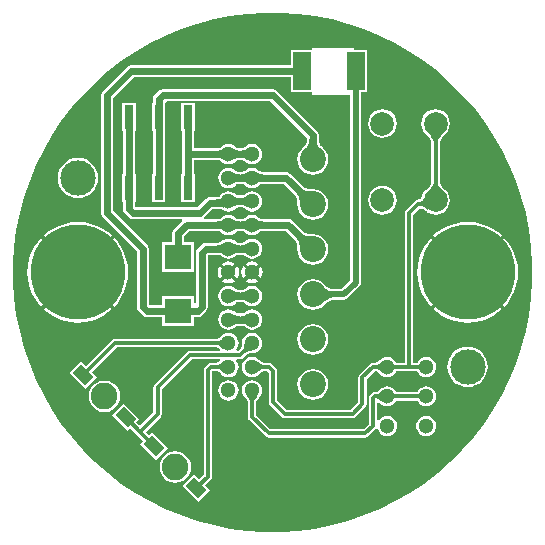
<source format=gbl>
G04*
G04 #@! TF.GenerationSoftware,Altium Limited,Altium Designer,20.1.8 (145)*
G04*
G04 Layer_Physical_Order=2*
G04 Layer_Color=16711680*
%FSTAX43Y43*%
%MOMM*%
G71*
G04*
G04 #@! TF.SameCoordinates,E6AD84FA-A84C-469F-AD0F-9F455A438001*
G04*
G04*
G04 #@! TF.FilePolarity,Positive*
G04*
G01*
G75*
%ADD16C,0.300*%
%ADD17C,0.600*%
%ADD18C,3.000*%
%ADD19C,2.000*%
%ADD20C,1.300*%
%ADD21C,2.200*%
%ADD22C,2.250*%
%ADD23C,8.000*%
%ADD24R,0.760X2.000*%
%ADD25R,2.300X2.100*%
G04:AMPARAMS|DCode=26|XSize=1.5mm|YSize=1mm|CornerRadius=0mm|HoleSize=0mm|Usage=FLASHONLY|Rotation=135.000|XOffset=0mm|YOffset=0mm|HoleType=Round|Shape=Rectangle|*
%AMROTATEDRECTD26*
4,1,4,0.884,-0.177,0.177,-0.884,-0.884,0.177,-0.177,0.884,0.884,-0.177,0.0*
%
%ADD26ROTATEDRECTD26*%

%ADD27R,1.500X3.200*%
%ADD28C,0.500*%
G36*
X0097157Y0096897D02*
X0098584Y0096709D01*
X0099996Y0096428D01*
X0101387Y0096055D01*
X010275Y0095593D01*
X0104081Y0095042D01*
X0105372Y0094405D01*
X0106619Y0093685D01*
X0107816Y0092885D01*
X0108958Y0092008D01*
X0110041Y0091059D01*
X0111059Y0090041D01*
X0112008Y0088958D01*
X0112885Y0087816D01*
X0113685Y0086619D01*
X0114405Y0085372D01*
X0115042Y0084081D01*
X0115593Y008275D01*
X0116055Y0081387D01*
X0116428Y0079996D01*
X0116709Y0078584D01*
X0116897Y0077157D01*
X0116991Y007572D01*
Y0075D01*
Y007428D01*
X0116897Y0072843D01*
X0116709Y0071416D01*
X0116428Y0070004D01*
X0116055Y0068613D01*
X0115593Y0067249D01*
X0115042Y0065919D01*
X0114405Y0064628D01*
X0113685Y0063381D01*
X0112885Y0062184D01*
X0112008Y0061042D01*
X0111059Y0059959D01*
X0110041Y0058941D01*
X0108958Y0057992D01*
X0107816Y0057115D01*
X0106619Y0056315D01*
X0105372Y0055595D01*
X0104081Y0054958D01*
X010275Y0054407D01*
X0101387Y0053945D01*
X0099996Y0053572D01*
X0098584Y0053291D01*
X0097157Y0053103D01*
X009572Y0053009D01*
X009428D01*
X0092843Y0053103D01*
X0091416Y0053291D01*
X0090004Y0053572D01*
X0088613Y0053945D01*
X008725Y0054407D01*
X0085919Y0054958D01*
X0084628Y0055595D01*
X0083381Y0056315D01*
X0082184Y0057115D01*
X0081042Y0057992D01*
X0079959Y0058941D01*
X0078941Y0059959D01*
X0077992Y0061042D01*
X0077115Y0062184D01*
X0076315Y0063381D01*
X0075595Y0064628D01*
X0074958Y0065919D01*
X0074407Y0067249D01*
X0073945Y0068613D01*
X0073572Y0070004D01*
X0073291Y0071416D01*
X0073103Y0072843D01*
X0073009Y007428D01*
Y0075D01*
Y007572D01*
X0073103Y0077157D01*
X0073291Y0078584D01*
X0073572Y0079996D01*
X0073945Y0081387D01*
X0074407Y008275D01*
X0074958Y0084081D01*
X0075595Y0085372D01*
X0076315Y0086619D01*
X0077115Y0087816D01*
X0077992Y0088958D01*
X0078941Y0090041D01*
X0079959Y0091059D01*
X0081042Y0092008D01*
X0082184Y0092885D01*
X0083381Y0093685D01*
X0084628Y0094405D01*
X0085919Y0095042D01*
X008725Y0095593D01*
X0088613Y0096055D01*
X0090004Y0096428D01*
X0091416Y0096709D01*
X0092843Y0096897D01*
X009428Y0096991D01*
X009572D01*
X0097157Y0096897D01*
D02*
G37*
%LPC*%
G36*
X0104289Y0088805D02*
X0103976Y0088764D01*
X0103684Y0088643D01*
X0103433Y0088451D01*
X0103241Y00882D01*
X010312Y0087908D01*
X0103079Y0087595D01*
X010312Y0087282D01*
X0103241Y008699D01*
X0103433Y0086739D01*
X0103684Y0086547D01*
X0103976Y0086426D01*
X0104289Y0086385D01*
X0104602Y0086426D01*
X0104894Y0086547D01*
X0105145Y0086739D01*
X0105337Y008699D01*
X0105458Y0087282D01*
X01055Y0087595D01*
X0105458Y0087908D01*
X0105337Y00882D01*
X0105145Y0088451D01*
X0104894Y0088643D01*
X0104602Y0088764D01*
X0104289Y0088805D01*
D02*
G37*
G36*
X0088415Y0089359D02*
X0087255D01*
Y0086959D01*
X0087325D01*
Y0085D01*
Y0083359D01*
X0087255D01*
Y0080959D01*
X0088415D01*
Y0083359D01*
X0088345D01*
Y008449D01*
X00904D01*
X0090443Y0084485D01*
X0090486Y0084476D01*
X0090524Y0084466D01*
X0090556Y0084455D01*
X0090583Y0084442D01*
X0090606Y0084429D01*
X0090625Y0084416D01*
X0090632Y008441D01*
X0090644Y0084394D01*
X0090821Y0084258D01*
X0091028Y0084172D01*
X009125Y0084143D01*
X0091472Y0084172D01*
X0091679Y0084258D01*
X0091856Y0084394D01*
X0091868Y008441D01*
X0091875Y0084416D01*
X0091894Y0084429D01*
X0091917Y0084442D01*
X0091944Y0084455D01*
X0091976Y0084466D01*
X0092014Y0084476D01*
X0092054Y0084484D01*
X0092115Y008449D01*
X00924D01*
X0092443Y0084485D01*
X0092486Y0084476D01*
X0092524Y0084466D01*
X0092556Y0084455D01*
X0092583Y0084442D01*
X0092606Y0084429D01*
X0092625Y0084416D01*
X0092632Y008441D01*
X0092644Y0084394D01*
X0092821Y0084258D01*
X0093028Y0084172D01*
X009325Y0084143D01*
X0093472Y0084172D01*
X0093679Y0084258D01*
X0093856Y0084394D01*
X0093992Y0084571D01*
X0094078Y0084778D01*
X0094107Y0085D01*
X0094078Y0085222D01*
X0093992Y0085429D01*
X0093856Y0085606D01*
X0093679Y0085742D01*
X0093472Y0085828D01*
X009325Y0085857D01*
X0093028Y0085828D01*
X0092821Y0085742D01*
X0092644Y0085606D01*
X0092632Y008559D01*
X0092625Y0085584D01*
X0092606Y0085571D01*
X0092583Y0085558D01*
X0092556Y0085545D01*
X0092524Y0085534D01*
X0092486Y0085524D01*
X0092446Y0085516D01*
X0092385Y008551D01*
X00921D01*
X0092057Y0085515D01*
X0092014Y0085524D01*
X0091976Y0085534D01*
X0091944Y0085545D01*
X0091917Y0085558D01*
X0091894Y0085571D01*
X0091875Y0085584D01*
X0091868Y008559D01*
X0091856Y0085606D01*
X0091679Y0085742D01*
X0091472Y0085828D01*
X009125Y0085857D01*
X0091028Y0085828D01*
X0090821Y0085742D01*
X0090644Y0085606D01*
X0090632Y008559D01*
X0090625Y0085584D01*
X0090606Y0085571D01*
X0090583Y0085558D01*
X0090556Y0085545D01*
X0090524Y0085534D01*
X0090486Y0085524D01*
X0090446Y0085516D01*
X0090385Y008551D01*
X0088345D01*
Y0086959D01*
X0088415D01*
Y0089359D01*
D02*
G37*
G36*
X009325Y0083857D02*
X0093028Y0083828D01*
X0092821Y0083742D01*
X0092644Y0083606D01*
X0092632Y008359D01*
X0092625Y0083584D01*
X0092606Y0083571D01*
X0092583Y0083558D01*
X0092556Y0083545D01*
X0092524Y0083534D01*
X0092486Y0083524D01*
X0092446Y0083516D01*
X0092385Y008351D01*
X00921D01*
X0092057Y0083515D01*
X0092014Y0083524D01*
X0091976Y0083534D01*
X0091944Y0083545D01*
X0091917Y0083558D01*
X0091894Y0083571D01*
X0091875Y0083584D01*
X0091868Y008359D01*
X0091856Y0083606D01*
X0091679Y0083742D01*
X0091472Y0083828D01*
X009125Y0083857D01*
X0091028Y0083828D01*
X0090821Y0083742D01*
X0090644Y0083606D01*
X0090508Y0083429D01*
X0090422Y0083222D01*
X0090393Y0083D01*
X0090422Y0082778D01*
X0090508Y0082571D01*
X0090644Y0082394D01*
X0090821Y0082258D01*
X0091028Y0082172D01*
X009125Y0082143D01*
X0091472Y0082172D01*
X0091679Y0082258D01*
X0091856Y0082394D01*
X0091868Y008241D01*
X0091875Y0082416D01*
X0091894Y0082429D01*
X0091917Y0082442D01*
X0091944Y0082455D01*
X0091976Y0082466D01*
X0092014Y0082476D01*
X0092054Y0082484D01*
X0092115Y008249D01*
X00924D01*
X0092443Y0082485D01*
X0092486Y0082476D01*
X0092524Y0082466D01*
X0092556Y0082455D01*
X0092583Y0082442D01*
X0092606Y0082429D01*
X0092625Y0082416D01*
X0092632Y008241D01*
X0092644Y0082394D01*
X0092821Y0082258D01*
X0093028Y0082172D01*
X009325Y0082143D01*
X0093472Y0082172D01*
X0093679Y0082258D01*
X0093856Y0082394D01*
X0093868Y008241D01*
X0093875Y0082416D01*
X0093894Y0082429D01*
X0093917Y0082442D01*
X0093944Y0082455D01*
X0093976Y0082466D01*
X0094014Y0082476D01*
X0094054Y0082484D01*
X0094115Y008249D01*
X0095929D01*
X0096886Y0081533D01*
X0096923Y0081483D01*
X0096963Y0081417D01*
X0096998Y0081344D01*
X0097028Y0081264D01*
X0097053Y0081177D01*
X0097072Y0081082D01*
X0097086Y008098D01*
X0097094Y008087D01*
X0097095Y0080791D01*
X0097089Y008074D01*
X0097133Y0080401D01*
X0097264Y0080084D01*
X0097473Y0079813D01*
X0097744Y0079604D01*
X0098061Y0079473D01*
X00984Y0079429D01*
X0098739Y0079473D01*
X0099056Y0079604D01*
X0099327Y0079813D01*
X0099536Y0080084D01*
X0099667Y0080401D01*
X0099711Y008074D01*
X0099667Y0081079D01*
X0099536Y0081396D01*
X0099327Y0081667D01*
X0099056Y0081876D01*
X0098739Y0082007D01*
X00984Y0082051D01*
X0098349Y0082045D01*
X009827Y0082046D01*
X009816Y0082054D01*
X0098058Y0082068D01*
X0097963Y0082087D01*
X0097876Y0082112D01*
X0097796Y0082142D01*
X0097723Y0082177D01*
X0097657Y0082217D01*
X0097607Y0082254D01*
X00965Y008336D01*
X0096335Y0083471D01*
X009614Y008351D01*
X00941D01*
X0094057Y0083515D01*
X0094014Y0083524D01*
X0093976Y0083534D01*
X0093944Y0083545D01*
X0093917Y0083558D01*
X0093894Y0083571D01*
X0093875Y0083584D01*
X0093868Y008359D01*
X0093856Y0083606D01*
X0093679Y0083742D01*
X0093472Y0083828D01*
X009325Y0083857D01*
D02*
G37*
G36*
X0095Y009051D02*
X0085686D01*
X0085491Y0090471D01*
X0085326Y009036D01*
X0084974Y0090009D01*
X0084864Y0089844D01*
X0084825Y0089649D01*
Y0089359D01*
X0084755D01*
Y0086959D01*
X0084825D01*
Y0083359D01*
X0084755D01*
Y0080959D01*
X0085915D01*
Y0083359D01*
X0085845D01*
Y0086959D01*
X0085915D01*
Y0089359D01*
X0085915D01*
X0085914Y0089363D01*
X0086021Y008949D01*
X0094789D01*
X009789Y0086389D01*
Y0086181D01*
X0097881Y008612D01*
X0097862Y0086045D01*
X0097835Y0085969D01*
X00978Y0085891D01*
X0097756Y0085812D01*
X0097703Y0085731D01*
X0097641Y0085649D01*
X0097569Y0085566D01*
X0097513Y0085508D01*
X0097473Y0085477D01*
X0097264Y0085206D01*
X0097133Y0084889D01*
X0097089Y008455D01*
X0097133Y0084211D01*
X0097264Y0083894D01*
X0097473Y0083623D01*
X0097744Y0083414D01*
X0098061Y0083283D01*
X00984Y0083239D01*
X0098739Y0083283D01*
X0099056Y0083414D01*
X0099327Y0083623D01*
X0099536Y0083894D01*
X0099667Y0084211D01*
X0099711Y008455D01*
X0099667Y0084889D01*
X0099536Y0085206D01*
X0099327Y0085477D01*
X0099287Y0085508D01*
X0099231Y0085565D01*
X0099159Y0085649D01*
X0099097Y0085731D01*
X0099044Y0085812D01*
X0099Y0085891D01*
X0098965Y0085969D01*
X0098938Y0086045D01*
X0098919Y008612D01*
X009891Y0086181D01*
Y00866D01*
X0098871Y0086795D01*
X009876Y008696D01*
X009536Y009036D01*
X0095195Y0090471D01*
X0095Y009051D01*
D02*
G37*
G36*
X00785Y0084708D02*
X0078167Y0084675D01*
X0077846Y0084578D01*
X0077551Y008442D01*
X0077292Y0084208D01*
X007708Y0083949D01*
X0076922Y0083654D01*
X0076825Y0083333D01*
X0076792Y0083D01*
X0076825Y0082667D01*
X0076922Y0082346D01*
X007708Y0082051D01*
X0077292Y0081792D01*
X0077551Y008158D01*
X0077846Y0081422D01*
X0078167Y0081325D01*
X00785Y0081292D01*
X0078833Y0081325D01*
X0079154Y0081422D01*
X0079449Y008158D01*
X0079708Y0081792D01*
X007992Y0082051D01*
X0080078Y0082346D01*
X0080175Y0082667D01*
X0080208Y0083D01*
X0080175Y0083333D01*
X0080078Y0083654D01*
X007992Y0083949D01*
X0079708Y0084208D01*
X0079449Y008442D01*
X0079154Y0084578D01*
X0078833Y0084675D01*
X00785Y0084708D01*
D02*
G37*
G36*
X0083415Y0089359D02*
X0082255D01*
Y0086959D01*
X0082325D01*
Y0083359D01*
X0082255D01*
Y0080959D01*
X0082325D01*
Y0080351D01*
X0082364Y0080156D01*
X0082474Y0079991D01*
X0082826Y007964D01*
X0082991Y0079529D01*
X0083186Y007949D01*
X0087305D01*
X0087344Y0079363D01*
X008734Y007936D01*
X008664Y007866D01*
X0086529Y0078495D01*
X008649Y00783D01*
Y007755D01*
X008565D01*
Y007505D01*
X008835D01*
Y007755D01*
X008751D01*
Y0078089D01*
X0087911Y007849D01*
X00904D01*
X0090443Y0078485D01*
X0090486Y0078476D01*
X0090524Y0078466D01*
X0090556Y0078455D01*
X0090583Y0078442D01*
X0090606Y0078429D01*
X0090625Y0078416D01*
X0090632Y007841D01*
X0090644Y0078394D01*
X0090821Y0078258D01*
X0091028Y0078172D01*
X009125Y0078143D01*
X0091472Y0078172D01*
X0091679Y0078258D01*
X0091856Y0078394D01*
X0091868Y007841D01*
X0091875Y0078416D01*
X0091894Y0078429D01*
X0091917Y0078442D01*
X0091944Y0078455D01*
X0091976Y0078466D01*
X0092014Y0078476D01*
X0092054Y0078484D01*
X0092115Y007849D01*
X00924D01*
X0092443Y0078485D01*
X0092486Y0078476D01*
X0092524Y0078466D01*
X0092556Y0078455D01*
X0092583Y0078442D01*
X0092606Y0078429D01*
X0092625Y0078416D01*
X0092632Y007841D01*
X0092644Y0078394D01*
X0092821Y0078258D01*
X0093028Y0078172D01*
X009325Y0078143D01*
X0093472Y0078172D01*
X0093679Y0078258D01*
X0093856Y0078394D01*
X0093868Y007841D01*
X0093875Y0078416D01*
X0093894Y0078429D01*
X0093917Y0078442D01*
X0093944Y0078455D01*
X0093976Y0078466D01*
X0094014Y0078476D01*
X0094054Y0078484D01*
X0094115Y007849D01*
X0096119D01*
X0096886Y0077723D01*
X0096923Y0077673D01*
X0096963Y0077607D01*
X0096998Y0077534D01*
X0097028Y0077454D01*
X0097053Y0077367D01*
X0097072Y0077272D01*
X0097086Y007717D01*
X0097094Y007706D01*
X0097095Y0076981D01*
X0097089Y007693D01*
X0097133Y0076591D01*
X0097264Y0076274D01*
X0097473Y0076003D01*
X0097744Y0075794D01*
X0098061Y0075663D01*
X00984Y0075619D01*
X0098739Y0075663D01*
X0099056Y0075794D01*
X0099327Y0076003D01*
X0099536Y0076274D01*
X0099667Y0076591D01*
X0099711Y007693D01*
X0099667Y0077269D01*
X0099536Y0077586D01*
X0099327Y0077857D01*
X0099056Y0078066D01*
X0098739Y0078197D01*
X00984Y0078241D01*
X0098349Y0078235D01*
X009827Y0078236D01*
X009816Y0078244D01*
X0098058Y0078258D01*
X0097963Y0078277D01*
X0097876Y0078302D01*
X0097796Y0078332D01*
X0097723Y0078367D01*
X0097657Y0078407D01*
X0097607Y0078444D01*
X009669Y007936D01*
X0096525Y0079471D01*
X009633Y007951D01*
X00941D01*
X0094057Y0079515D01*
X0094014Y0079524D01*
X0093976Y0079534D01*
X0093944Y0079545D01*
X0093917Y0079558D01*
X0093894Y0079571D01*
X0093875Y0079584D01*
X0093868Y007959D01*
X0093856Y0079606D01*
X0093679Y0079742D01*
X0093472Y0079828D01*
X009325Y0079857D01*
X0093028Y0079828D01*
X0092821Y0079742D01*
X0092644Y0079606D01*
X0092632Y007959D01*
X0092625Y0079584D01*
X0092606Y0079571D01*
X0092583Y0079558D01*
X0092556Y0079545D01*
X0092524Y0079534D01*
X0092486Y0079524D01*
X0092446Y0079516D01*
X0092385Y007951D01*
X00921D01*
X0092057Y0079515D01*
X0092014Y0079524D01*
X0091976Y0079534D01*
X0091944Y0079545D01*
X0091917Y0079558D01*
X0091894Y0079571D01*
X0091875Y0079584D01*
X0091868Y007959D01*
X0091856Y0079606D01*
X0091679Y0079742D01*
X0091472Y0079828D01*
X009125Y0079857D01*
X0091028Y0079828D01*
X0090821Y0079742D01*
X0090644Y0079606D01*
X0090632Y007959D01*
X0090625Y0079584D01*
X0090606Y0079571D01*
X0090583Y0079558D01*
X0090556Y0079545D01*
X0090524Y0079534D01*
X0090486Y0079524D01*
X0090446Y0079516D01*
X0090385Y007951D01*
X008923D01*
X0089191Y0079637D01*
X0089195Y007964D01*
X0089912Y0080356D01*
X0090513D01*
X0090598Y0080347D01*
X0090639Y008034D01*
X0090677Y0080331D01*
X0090709Y0080321D01*
X0090737Y008031D01*
X0090759Y00803D01*
X0090785Y0080284D01*
X0090788Y0080283D01*
X0090821Y0080258D01*
X0091028Y0080172D01*
X009125Y0080143D01*
X0091472Y0080172D01*
X0091679Y0080258D01*
X0091856Y0080394D01*
X0091868Y008041D01*
X0091875Y0080416D01*
X0091894Y0080429D01*
X0091917Y0080442D01*
X0091944Y0080455D01*
X0091976Y0080466D01*
X0092014Y0080476D01*
X0092054Y0080484D01*
X0092115Y008049D01*
X00924D01*
X0092443Y0080485D01*
X0092486Y0080476D01*
X0092524Y0080466D01*
X0092556Y0080455D01*
X0092583Y0080442D01*
X0092606Y0080429D01*
X0092625Y0080416D01*
X0092632Y008041D01*
X0092644Y0080394D01*
X0092821Y0080258D01*
X0093028Y0080172D01*
X009325Y0080143D01*
X0093472Y0080172D01*
X0093679Y0080258D01*
X0093856Y0080394D01*
X0093992Y0080571D01*
X0094078Y0080778D01*
X0094107Y0081D01*
X0094078Y0081222D01*
X0093992Y0081429D01*
X0093856Y0081606D01*
X0093679Y0081742D01*
X0093472Y0081828D01*
X009325Y0081857D01*
X0093028Y0081828D01*
X0092821Y0081742D01*
X0092644Y0081606D01*
X0092632Y008159D01*
X0092625Y0081584D01*
X0092606Y0081571D01*
X0092583Y0081558D01*
X0092556Y0081545D01*
X0092524Y0081534D01*
X0092486Y0081524D01*
X0092446Y0081516D01*
X0092385Y008151D01*
X00921D01*
X0092057Y0081515D01*
X0092014Y0081524D01*
X0091976Y0081534D01*
X0091944Y0081545D01*
X0091917Y0081558D01*
X0091894Y0081571D01*
X0091875Y0081584D01*
X0091868Y008159D01*
X0091856Y0081606D01*
X0091679Y0081742D01*
X0091472Y0081828D01*
X009125Y0081857D01*
X0091028Y0081828D01*
X0090821Y0081742D01*
X0090644Y0081606D01*
X0090544Y0081476D01*
X0090538Y0081471D01*
X0090521Y0081447D01*
X0090509Y0081436D01*
X0090495Y0081425D01*
X0090476Y0081413D01*
X0090451Y0081402D01*
X009042Y0081392D01*
X0090383Y0081383D01*
X0090339Y0081376D01*
X0090338Y0081376D01*
X0089701D01*
X0089506Y0081337D01*
X008934Y0081227D01*
X0088624Y008051D01*
X0083397D01*
X0083345Y0080563D01*
Y0080959D01*
X0083415D01*
Y0083359D01*
X0083345D01*
Y0086959D01*
X0083415D01*
Y0089359D01*
D02*
G37*
G36*
X0108789Y0088805D02*
X0108476Y0088764D01*
X0108184Y0088643D01*
X0107933Y0088451D01*
X0107741Y00882D01*
X010762Y0087908D01*
X0107579Y0087595D01*
X010762Y0087282D01*
X0107741Y008699D01*
X0107933Y0086739D01*
X0107971Y008671D01*
X0108045Y0086636D01*
X0108212Y0086446D01*
X0108276Y0086363D01*
X0108329Y0086284D01*
X010837Y0086212D01*
X0108401Y0086148D01*
X0108421Y0086092D01*
X0108432Y0086045D01*
X0108432Y0086035D01*
Y0082655D01*
X0108432Y0082645D01*
X0108421Y0082598D01*
X0108401Y0082542D01*
X010837Y0082478D01*
X0108329Y0082406D01*
X0108276Y0082327D01*
X0108212Y0082244D01*
X0108045Y0082054D01*
X0107971Y008198D01*
X0107933Y0081951D01*
X0107741Y00817D01*
X0107662Y0081511D01*
X0107662Y008151D01*
X0107661Y0081506D01*
X0107654Y0081491D01*
X010765Y0081484D01*
X0107636Y0081446D01*
X010762Y0081408D01*
X0107619Y0081404D01*
X0107592Y0081346D01*
X0107563Y0081297D01*
X0107533Y0081257D01*
X0107504Y0081227D01*
X0107475Y0081204D01*
X0107446Y0081188D01*
X0107414Y0081176D01*
X010738Y0081169D01*
X0107377Y0081169D01*
X0107339D01*
X0107203Y0081142D01*
X0107087Y0081064D01*
X0106275Y0080252D01*
X0106197Y0080137D01*
X010617Y008D01*
Y0067357D01*
X0105472D01*
X0105442Y0067429D01*
X0105306Y0067606D01*
X0105129Y0067742D01*
X0104922Y0067828D01*
X01047Y0067857D01*
X0104478Y0067828D01*
X0104271Y0067742D01*
X0104094Y0067606D01*
X0104079Y0067587D01*
X0104038Y0067547D01*
X0103987Y0067502D01*
X0103938Y0067463D01*
X0103892Y0067431D01*
X0103849Y0067405D01*
X0103809Y0067385D01*
X0103772Y0067371D01*
X0103738Y0067361D01*
X0103712Y0067357D01*
X01035D01*
X0103363Y006733D01*
X0103248Y0067252D01*
X0102348Y0066352D01*
X010227Y0066237D01*
X0102243Y00661D01*
Y0063984D01*
X0101616Y0063357D01*
X0096148D01*
X0095357Y0064148D01*
Y0066649D01*
X009533Y0066785D01*
X0095252Y0066901D01*
X0094901Y0067252D01*
X0094785Y006733D01*
X0094649Y0067357D01*
X0094238D01*
X0094212Y0067361D01*
X0094178Y0067371D01*
X0094141Y0067385D01*
X0094101Y0067405D01*
X0094058Y0067431D01*
X0094014Y0067462D01*
X009391Y0067548D01*
X0093871Y0067587D01*
X0093856Y0067606D01*
X0093679Y0067742D01*
X0093472Y0067828D01*
X009325Y0067857D01*
X0093028Y0067828D01*
X0092821Y0067742D01*
X0092644Y0067606D01*
X0092508Y0067429D01*
X0092422Y0067222D01*
X0092393Y0067D01*
X0092422Y0066778D01*
X0092508Y0066571D01*
X0092644Y0066394D01*
X0092821Y0066258D01*
X0093028Y0066172D01*
X009325Y0066143D01*
X0093472Y0066172D01*
X0093679Y0066258D01*
X0093856Y0066394D01*
X0093871Y0066413D01*
X0093912Y0066453D01*
X0093963Y0066498D01*
X0094012Y0066537D01*
X0094058Y0066569D01*
X0094101Y0066595D01*
X0094141Y0066615D01*
X0094178Y0066629D01*
X0094212Y0066639D01*
X0094238Y0066643D01*
X0094501D01*
X0094643Y0066501D01*
Y0064D01*
X009467Y0063863D01*
X0094748Y0063748D01*
X0095748Y0062748D01*
X0095863Y006267D01*
X0096Y0062643D01*
X0101764D01*
X01019Y006267D01*
X0102016Y0062748D01*
X0102852Y0063584D01*
X010293Y00637D01*
X0102957Y0063836D01*
Y0065952D01*
X0103648Y0066643D01*
X0103712D01*
X0103738Y0066639D01*
X0103772Y0066629D01*
X0103809Y0066615D01*
X0103849Y0066595D01*
X0103892Y0066569D01*
X0103936Y0066538D01*
X0104039Y0066452D01*
X0104079Y0066413D01*
X0104094Y0066394D01*
X0104271Y0066258D01*
X0104478Y0066172D01*
X01047Y0066143D01*
X0104922Y0066172D01*
X0105129Y0066258D01*
X0105306Y0066394D01*
X0105442Y0066571D01*
X0105472Y0066643D01*
X0107228D01*
X0107258Y0066571D01*
X0107394Y0066394D01*
X0107571Y0066258D01*
X0107778Y0066172D01*
X0108Y0066143D01*
X0108222Y0066172D01*
X0108429Y0066258D01*
X0108606Y0066394D01*
X0108742Y0066571D01*
X0108828Y0066778D01*
X0108857Y0067D01*
X0108828Y0067222D01*
X0108742Y0067429D01*
X0108606Y0067606D01*
X0108429Y0067742D01*
X0108222Y0067828D01*
X0108Y0067857D01*
X0107778Y0067828D01*
X0107571Y0067742D01*
X0107394Y0067606D01*
X0107258Y0067429D01*
X0107228Y0067357D01*
X0106884D01*
Y0079852D01*
X0107476Y0080444D01*
X0107526Y0080433D01*
X0107593Y0080413D01*
X0107661Y0080387D01*
X0107732Y0080354D01*
X0107803Y0080316D01*
X0107961Y0080213D01*
X0108041Y0080152D01*
X0108056Y0080145D01*
X0108068Y0080135D01*
X0108071Y0080134D01*
X0108184Y0080047D01*
X0108476Y0079926D01*
X0108789Y0079885D01*
X0109102Y0079926D01*
X0109394Y0080047D01*
X0109645Y0080239D01*
X0109837Y008049D01*
X0109958Y0080782D01*
X011Y0081095D01*
X0109958Y0081408D01*
X0109837Y00817D01*
X0109645Y0081951D01*
X0109607Y008198D01*
X0109534Y0082054D01*
X0109366Y0082244D01*
X0109303Y0082327D01*
X010925Y0082406D01*
X0109208Y0082478D01*
X0109177Y0082542D01*
X0109157Y0082598D01*
X0109147Y0082645D01*
X0109146Y0082655D01*
Y0086035D01*
X0109147Y0086045D01*
X0109157Y0086092D01*
X0109177Y0086148D01*
X0109208Y0086212D01*
X010925Y0086284D01*
X0109303Y0086363D01*
X0109366Y0086446D01*
X0109534Y0086636D01*
X0109607Y008671D01*
X0109645Y0086739D01*
X0109837Y008699D01*
X0109958Y0087282D01*
X011Y0087595D01*
X0109958Y0087908D01*
X0109837Y00882D01*
X0109645Y0088451D01*
X0109394Y0088643D01*
X0109102Y0088764D01*
X0108789Y0088805D01*
D02*
G37*
G36*
X0104289Y0082305D02*
X0103976Y0082264D01*
X0103684Y0082143D01*
X0103433Y0081951D01*
X0103241Y00817D01*
X010312Y0081408D01*
X0103079Y0081095D01*
X010312Y0080782D01*
X0103241Y008049D01*
X0103433Y0080239D01*
X0103684Y0080047D01*
X0103976Y0079926D01*
X0104289Y0079885D01*
X0104602Y0079926D01*
X0104894Y0080047D01*
X0105145Y0080239D01*
X0105337Y008049D01*
X0105458Y0080782D01*
X01055Y0081095D01*
X0105458Y0081408D01*
X0105337Y00817D01*
X0105145Y0081951D01*
X0104894Y0082143D01*
X0104602Y0082264D01*
X0104289Y0082305D01*
D02*
G37*
G36*
X01115Y0079263D02*
X0110944Y0079227D01*
X0110397Y0079118D01*
X0109869Y0078939D01*
X0109368Y0078692D01*
X0108905Y0078382D01*
X0108599Y0078114D01*
X01115Y0075212D01*
X0114401Y0078114D01*
X0114095Y0078382D01*
X0113632Y0078692D01*
X0113131Y0078939D01*
X0112603Y0079118D01*
X0112056Y0079227D01*
X01115Y0079263D01*
D02*
G37*
G36*
X00785D02*
X0077944Y0079227D01*
X0077397Y0079118D01*
X0076869Y0078939D01*
X0076368Y0078692D01*
X0075905Y0078382D01*
X0075599Y0078114D01*
X00785Y0075212D01*
X0081401Y0078114D01*
X0081095Y0078382D01*
X0080632Y0078692D01*
X0080131Y0078939D01*
X0079603Y0079118D01*
X0079056Y0079227D01*
X00785Y0079263D01*
D02*
G37*
G36*
X009325Y0075912D02*
X0093014Y0075881D01*
X0092794Y007579D01*
X0092725Y0075737D01*
X009325Y0075212D01*
X0093775Y0075737D01*
X0093706Y007579D01*
X0093486Y0075881D01*
X009325Y0075912D01*
D02*
G37*
G36*
X009125D02*
X0091014Y0075881D01*
X0090794Y007579D01*
X0090725Y0075737D01*
X009125Y0075212D01*
X0091775Y0075737D01*
X0091706Y007579D01*
X0091486Y0075881D01*
X009125Y0075912D01*
D02*
G37*
G36*
X0093987Y0075525D02*
X0093462Y0075D01*
X0093987Y0074475D01*
X009404Y0074544D01*
X0094131Y0074764D01*
X0094162Y0075D01*
X0094131Y0075236D01*
X009404Y0075456D01*
X0093987Y0075525D01*
D02*
G37*
G36*
X0091987D02*
X0091462Y0075D01*
X0091987Y0074475D01*
X009204Y0074544D01*
X0092131Y0074764D01*
X0092162Y0075D01*
X0092131Y0075236D01*
X009204Y0075456D01*
X0091987Y0075525D01*
D02*
G37*
G36*
X0092513D02*
X009246Y0075456D01*
X0092369Y0075236D01*
X0092338Y0075D01*
X0092369Y0074764D01*
X009246Y0074544D01*
X0092513Y0074475D01*
X0093038Y0075D01*
X0092513Y0075525D01*
D02*
G37*
G36*
X0090513D02*
X009046Y0075456D01*
X0090369Y0075236D01*
X0090338Y0075D01*
X0090369Y0074764D01*
X009046Y0074544D01*
X0090513Y0074475D01*
X0091038Y0075D01*
X0090513Y0075525D01*
D02*
G37*
G36*
X009325Y0074788D02*
X0092725Y0074263D01*
X0092794Y007421D01*
X0093014Y0074119D01*
X009325Y0074088D01*
X0093486Y0074119D01*
X0093706Y007421D01*
X0093775Y0074263D01*
X009325Y0074788D01*
D02*
G37*
G36*
X009125D02*
X0090725Y0074263D01*
X0090794Y007421D01*
X0091014Y0074119D01*
X009125Y0074088D01*
X0091486Y0074119D01*
X0091706Y007421D01*
X0091775Y0074263D01*
X009125Y0074788D01*
D02*
G37*
G36*
X010186Y0094021D02*
X009836D01*
Y0093821D01*
X009656D01*
Y009253D01*
X0083021D01*
X0082826Y0092492D01*
X008266Y0092381D01*
X008064Y009036D01*
X0080529Y0090195D01*
X008049Y009D01*
Y008D01*
X0080529Y0079805D01*
X008064Y007964D01*
X008349Y0076789D01*
Y0072051D01*
X0083529Y0071856D01*
X008364Y0071691D01*
X0083991Y007134D01*
X0084156Y0071229D01*
X0084351Y007119D01*
X008565D01*
Y007045D01*
X008835D01*
Y007119D01*
X0088649D01*
X0088844Y0071229D01*
X0089009Y007134D01*
X008936Y0071691D01*
X0089471Y0071856D01*
X008951Y0072051D01*
Y0076437D01*
X0089563Y007649D01*
X00904D01*
X0090443Y0076485D01*
X0090486Y0076476D01*
X0090524Y0076466D01*
X0090556Y0076455D01*
X0090583Y0076442D01*
X0090606Y0076429D01*
X0090625Y0076416D01*
X0090632Y007641D01*
X0090644Y0076394D01*
X0090821Y0076258D01*
X0091028Y0076172D01*
X009125Y0076143D01*
X0091472Y0076172D01*
X0091679Y0076258D01*
X0091856Y0076394D01*
X0091868Y007641D01*
X0091875Y0076416D01*
X0091894Y0076429D01*
X0091917Y0076442D01*
X0091944Y0076455D01*
X0091976Y0076466D01*
X0092014Y0076476D01*
X0092054Y0076484D01*
X0092115Y007649D01*
X00924D01*
X0092443Y0076485D01*
X0092486Y0076476D01*
X0092524Y0076466D01*
X0092556Y0076455D01*
X0092583Y0076442D01*
X0092606Y0076429D01*
X0092625Y0076416D01*
X0092632Y007641D01*
X0092644Y0076394D01*
X0092821Y0076258D01*
X0093028Y0076172D01*
X009325Y0076143D01*
X0093472Y0076172D01*
X0093679Y0076258D01*
X0093856Y0076394D01*
X0093992Y0076571D01*
X0094078Y0076778D01*
X0094107Y0077D01*
X0094078Y0077222D01*
X0093992Y0077429D01*
X0093856Y0077606D01*
X0093679Y0077742D01*
X0093472Y0077828D01*
X009325Y0077857D01*
X0093028Y0077828D01*
X0092821Y0077742D01*
X0092644Y0077606D01*
X0092632Y007759D01*
X0092625Y0077584D01*
X0092606Y0077571D01*
X0092583Y0077558D01*
X0092556Y0077545D01*
X0092524Y0077534D01*
X0092486Y0077524D01*
X0092446Y0077516D01*
X0092385Y007751D01*
X00921D01*
X0092057Y0077515D01*
X0092014Y0077524D01*
X0091976Y0077534D01*
X0091944Y0077545D01*
X0091917Y0077558D01*
X0091894Y0077571D01*
X0091875Y0077584D01*
X0091868Y007759D01*
X0091856Y0077606D01*
X0091679Y0077742D01*
X0091472Y0077828D01*
X009125Y0077857D01*
X0091028Y0077828D01*
X0090821Y0077742D01*
X0090644Y0077606D01*
X0090632Y007759D01*
X0090625Y0077584D01*
X0090606Y0077571D01*
X0090583Y0077558D01*
X0090556Y0077545D01*
X0090524Y0077534D01*
X0090486Y0077524D01*
X0090446Y0077516D01*
X0090385Y007751D01*
X0089351D01*
X0089156Y0077471D01*
X0088991Y007736D01*
X008864Y0077009D01*
X0088529Y0076844D01*
X008849Y0076649D01*
Y0072381D01*
X0088477Y0072373D01*
X008835Y007244D01*
Y007295D01*
X008565D01*
Y007221D01*
X0084563D01*
X008451Y0072263D01*
Y0077D01*
X0084471Y0077195D01*
X008436Y007736D01*
X008151Y0080211D01*
Y0089789D01*
X0083232Y0091511D01*
X009656D01*
Y0090221D01*
X009836D01*
Y0090021D01*
X0101551D01*
Y007432D01*
X010081Y0073579D01*
X0100063D01*
X01Y007359D01*
X0099929Y007361D01*
X0099854Y007364D01*
X0099775Y0073679D01*
X0099693Y0073728D01*
X0099609Y0073787D01*
X0099424Y0073942D01*
X0099359Y0074006D01*
X0099327Y0074047D01*
X0099056Y0074256D01*
X0098739Y0074387D01*
X00984Y0074431D01*
X0098061Y0074387D01*
X0097744Y0074256D01*
X0097473Y0074047D01*
X0097264Y0073776D01*
X0097133Y0073459D01*
X0097089Y007312D01*
X0097133Y0072781D01*
X0097264Y0072464D01*
X0097473Y0072193D01*
X0097744Y0071984D01*
X0098061Y0071853D01*
X00984Y0071809D01*
X0098739Y0071853D01*
X0099056Y0071984D01*
X0099327Y0072193D01*
X0099359Y0072234D01*
X0099426Y0072299D01*
X0099518Y0072381D01*
X0099607Y0072452D01*
X0099692Y0072512D01*
X0099775Y0072561D01*
X0099854Y00726D01*
X0099929Y007263D01*
X01Y007265D01*
X0100063Y0072661D01*
X0101D01*
X0101176Y0072696D01*
X0101324Y0072796D01*
X0102335Y0073806D01*
X0102434Y0073955D01*
X0102469Y007413D01*
Y0090221D01*
X010296D01*
Y0093821D01*
X010186D01*
Y0094021D01*
D02*
G37*
G36*
X009325Y0073857D02*
X0093028Y0073828D01*
X0092821Y0073742D01*
X0092644Y0073606D01*
X0092632Y007359D01*
X0092625Y0073584D01*
X0092606Y0073571D01*
X0092583Y0073558D01*
X0092556Y0073545D01*
X0092524Y0073534D01*
X0092486Y0073524D01*
X0092446Y0073516D01*
X0092385Y007351D01*
X00921D01*
X0092057Y0073515D01*
X0092014Y0073524D01*
X0091976Y0073534D01*
X0091944Y0073545D01*
X0091917Y0073558D01*
X0091894Y0073571D01*
X0091875Y0073584D01*
X0091868Y007359D01*
X0091856Y0073606D01*
X0091679Y0073742D01*
X0091472Y0073828D01*
X009125Y0073857D01*
X0091028Y0073828D01*
X0090821Y0073742D01*
X0090644Y0073606D01*
X0090508Y0073429D01*
X0090422Y0073222D01*
X0090393Y0073D01*
X0090422Y0072778D01*
X0090508Y0072571D01*
X0090644Y0072394D01*
X0090821Y0072258D01*
X0091028Y0072172D01*
X009125Y0072143D01*
X0091472Y0072172D01*
X0091679Y0072258D01*
X0091856Y0072394D01*
X0091868Y007241D01*
X0091875Y0072416D01*
X0091894Y0072429D01*
X0091917Y0072442D01*
X0091944Y0072455D01*
X0091976Y0072466D01*
X0092014Y0072476D01*
X0092054Y0072484D01*
X0092115Y007249D01*
X00924D01*
X0092443Y0072485D01*
X0092486Y0072476D01*
X0092524Y0072466D01*
X0092556Y0072455D01*
X0092583Y0072442D01*
X0092606Y0072429D01*
X0092625Y0072416D01*
X0092632Y007241D01*
X0092644Y0072394D01*
X0092821Y0072258D01*
X0093028Y0072172D01*
X009325Y0072143D01*
X0093472Y0072172D01*
X0093679Y0072258D01*
X0093856Y0072394D01*
X0093992Y0072571D01*
X0094078Y0072778D01*
X0094107Y0073D01*
X0094078Y0073222D01*
X0093992Y0073429D01*
X0093856Y0073606D01*
X0093679Y0073742D01*
X0093472Y0073828D01*
X009325Y0073857D01*
D02*
G37*
G36*
X0114614Y0077901D02*
X0111712Y0075D01*
X0114614Y0072099D01*
X0114882Y0072405D01*
X0115192Y0072868D01*
X0115439Y0073369D01*
X0115618Y0073897D01*
X0115727Y0074444D01*
X0115763Y0075D01*
X0115727Y0075556D01*
X0115618Y0076103D01*
X0115439Y0076631D01*
X0115192Y0077132D01*
X0114882Y0077595D01*
X0114614Y0077901D01*
D02*
G37*
G36*
X0075386Y0077901D02*
X0075118Y0077595D01*
X0074808Y0077132D01*
X0074561Y0076631D01*
X0074382Y0076103D01*
X0074273Y0075556D01*
X0074237Y0075D01*
X0074273Y0074444D01*
X0074382Y0073897D01*
X0074561Y0073369D01*
X0074808Y0072868D01*
X0075118Y0072405D01*
X0075386Y0072099D01*
X0078288Y0075D01*
X0075386Y0077901D01*
D02*
G37*
G36*
X0108386Y0077901D02*
X0108118Y0077595D01*
X0107808Y0077132D01*
X0107561Y0076631D01*
X0107382Y0076103D01*
X0107273Y0075556D01*
X0107237Y0075D01*
X0107273Y0074444D01*
X0107382Y0073897D01*
X0107561Y0073369D01*
X0107808Y0072868D01*
X0108118Y0072405D01*
X0108386Y0072099D01*
X0111288Y0075D01*
X0108386Y0077901D01*
D02*
G37*
G36*
X0081614Y0077901D02*
X0078712Y0075D01*
X0081614Y0072099D01*
X0081882Y0072405D01*
X0082192Y0072868D01*
X0082439Y0073369D01*
X0082618Y0073897D01*
X0082727Y0074444D01*
X0082763Y0075D01*
X0082727Y0075556D01*
X0082618Y0076103D01*
X0082439Y0076631D01*
X0082192Y0077132D01*
X0081882Y0077595D01*
X0081614Y0077901D01*
D02*
G37*
G36*
X009325Y0071857D02*
X0093028Y0071828D01*
X0092821Y0071742D01*
X0092644Y0071606D01*
X0092632Y007159D01*
X0092625Y0071584D01*
X0092606Y0071571D01*
X0092583Y0071558D01*
X0092556Y0071545D01*
X0092524Y0071534D01*
X0092486Y0071524D01*
X0092446Y0071516D01*
X0092385Y007151D01*
X00921D01*
X0092057Y0071515D01*
X0092014Y0071524D01*
X0091976Y0071534D01*
X0091944Y0071545D01*
X0091917Y0071558D01*
X0091894Y0071571D01*
X0091875Y0071584D01*
X0091868Y007159D01*
X0091856Y0071606D01*
X0091679Y0071742D01*
X0091472Y0071828D01*
X009125Y0071857D01*
X0091028Y0071828D01*
X0090821Y0071742D01*
X0090644Y0071606D01*
X0090508Y0071429D01*
X0090422Y0071222D01*
X0090393Y0071D01*
X0090422Y0070778D01*
X0090508Y0070571D01*
X0090644Y0070394D01*
X0090821Y0070258D01*
X0091028Y0070172D01*
X009125Y0070143D01*
X0091472Y0070172D01*
X0091679Y0070258D01*
X0091856Y0070394D01*
X0091868Y007041D01*
X0091875Y0070416D01*
X0091894Y0070429D01*
X0091917Y0070442D01*
X0091944Y0070455D01*
X0091976Y0070466D01*
X0092014Y0070476D01*
X0092054Y0070484D01*
X0092115Y007049D01*
X00924D01*
X0092443Y0070485D01*
X0092486Y0070476D01*
X0092524Y0070466D01*
X0092556Y0070455D01*
X0092583Y0070442D01*
X0092606Y0070429D01*
X0092625Y0070416D01*
X0092632Y007041D01*
X0092644Y0070394D01*
X0092821Y0070258D01*
X0093028Y0070172D01*
X009325Y0070143D01*
X0093472Y0070172D01*
X0093679Y0070258D01*
X0093856Y0070394D01*
X0093992Y0070571D01*
X0094078Y0070778D01*
X0094107Y0071D01*
X0094078Y0071222D01*
X0093992Y0071429D01*
X0093856Y0071606D01*
X0093679Y0071742D01*
X0093472Y0071828D01*
X009325Y0071857D01*
D02*
G37*
G36*
X01115Y0074788D02*
X0108599Y0071886D01*
X0108905Y0071618D01*
X0109368Y0071308D01*
X0109869Y0071061D01*
X0110397Y0070882D01*
X0110944Y0070773D01*
X01115Y0070737D01*
X0112056Y0070773D01*
X0112603Y0070882D01*
X0113131Y0071061D01*
X0113632Y0071308D01*
X0114095Y0071618D01*
X0114401Y0071886D01*
X01115Y0074788D01*
D02*
G37*
G36*
X00785Y0074788D02*
X0075599Y0071886D01*
X0075905Y0071618D01*
X0076368Y0071308D01*
X0076869Y0071061D01*
X0077397Y0070882D01*
X0077944Y0070773D01*
X00785Y0070737D01*
X0079056Y0070773D01*
X0079603Y0070882D01*
X0080131Y0071061D01*
X0080632Y0071308D01*
X0081095Y0071618D01*
X0081401Y0071886D01*
X00785Y0074788D01*
D02*
G37*
G36*
X009325Y0069857D02*
X0093028Y0069828D01*
X0092821Y0069742D01*
X0092644Y0069606D01*
X0092508Y0069429D01*
X0092422Y0069222D01*
X0092393Y0069D01*
X0092396Y0068976D01*
X0092395Y0068918D01*
X0092391Y006885D01*
X0092384Y0068789D01*
X0092374Y0068734D01*
X0092362Y0068685D01*
X0092347Y0068642D01*
X0092331Y0068606D01*
X0092314Y0068575D01*
X0092299Y0068554D01*
X0092105Y006836D01*
X0091981Y0068371D01*
X0091925Y0068484D01*
X0091992Y0068571D01*
X0092078Y0068778D01*
X0092107Y0069D01*
X0092078Y0069222D01*
X0091992Y0069429D01*
X0091856Y0069606D01*
X0091679Y0069742D01*
X0091472Y0069828D01*
X009125Y0069857D01*
X0091028Y0069828D01*
X0090821Y0069742D01*
X0090644Y0069606D01*
X0090629Y0069587D01*
X0090588Y0069547D01*
X0090537Y0069502D01*
X0090488Y0069463D01*
X0090442Y0069431D01*
X0090399Y0069405D01*
X0090359Y0069385D01*
X0090322Y0069371D01*
X0090288Y0069361D01*
X0090262Y0069357D01*
X0081679D01*
X0081543Y006933D01*
X0081427Y0069252D01*
X0079207Y0067033D01*
X0078788Y0067452D01*
X0077798Y0066462D01*
X0079141Y0065119D01*
X0080131Y0066109D01*
X0079712Y0066528D01*
X0081827Y0068643D01*
X0090262D01*
X0090288Y0068639D01*
X0090322Y0068629D01*
X0090359Y0068615D01*
X0090399Y0068595D01*
X0090442Y0068569D01*
X0090486Y0068538D01*
X0090551Y0068484D01*
X0090505Y0068357D01*
X0090505Y0068357D01*
X0088D01*
X0087863Y006833D01*
X0087748Y0068252D01*
X0084998Y0065502D01*
X008492Y0065387D01*
X0084893Y006525D01*
Y0063148D01*
X008375Y0062005D01*
X008346Y0062295D01*
X0083702Y0062538D01*
X0082359Y0063881D01*
X0081369Y0062891D01*
X0082712Y0061548D01*
X0082955Y006179D01*
X0083498Y0061248D01*
X008404Y0060705D01*
X0083798Y0060462D01*
X0085141Y0059119D01*
X0086131Y0060109D01*
X0084788Y0061452D01*
X0084545Y006121D01*
X0084255Y00615D01*
X0085502Y0062748D01*
X008558Y0062863D01*
X0085607Y0063D01*
Y0065102D01*
X0088148Y0067643D01*
X0090505D01*
X009051Y0067637D01*
X0090553Y0067516D01*
X0090537Y0067502D01*
X0090488Y0067463D01*
X0090442Y0067431D01*
X0090399Y0067405D01*
X0090359Y0067385D01*
X0090322Y0067371D01*
X0090288Y0067361D01*
X0090262Y0067357D01*
X008975D01*
X0089613Y006733D01*
X0089498Y0067252D01*
X0089248Y0067002D01*
X008917Y0066887D01*
X0089143Y006675D01*
Y0057827D01*
X0088778Y0057462D01*
X0088359Y0057881D01*
X0087369Y0056891D01*
X0088712Y0055548D01*
X0089702Y0056538D01*
X0089283Y0056957D01*
X0089752Y0057427D01*
X008983Y0057543D01*
X0089857Y0057679D01*
Y0066602D01*
X0089898Y0066643D01*
X0090262D01*
X0090288Y0066639D01*
X0090322Y0066629D01*
X0090359Y0066615D01*
X0090399Y0066595D01*
X0090442Y0066569D01*
X0090486Y0066538D01*
X009059Y0066452D01*
X0090629Y0066413D01*
X0090644Y0066394D01*
X0090821Y0066258D01*
X0091028Y0066172D01*
X009125Y0066143D01*
X0091472Y0066172D01*
X0091679Y0066258D01*
X0091856Y0066394D01*
X0091992Y0066571D01*
X0092078Y0066778D01*
X0092107Y0067D01*
X0092078Y0067222D01*
X0091992Y0067429D01*
X0091925Y0067516D01*
X0091988Y0067643D01*
X009225D01*
X0092387Y006767D01*
X0092502Y0067748D01*
X0092804Y0068049D01*
X0092825Y0068064D01*
X0092856Y0068081D01*
X0092892Y0068097D01*
X0092935Y0068112D01*
X0092984Y0068124D01*
X0093036Y0068133D01*
X0093171Y0068145D01*
X0093226Y0068146D01*
X009325Y0068143D01*
X0093472Y0068172D01*
X0093679Y0068258D01*
X0093856Y0068394D01*
X0093992Y0068571D01*
X0094078Y0068778D01*
X0094107Y0069D01*
X0094078Y0069222D01*
X0093992Y0069429D01*
X0093856Y0069606D01*
X0093679Y0069742D01*
X0093472Y0069828D01*
X009325Y0069857D01*
D02*
G37*
G36*
X00984Y0070621D02*
X0098061Y0070577D01*
X0097744Y0070446D01*
X0097473Y0070237D01*
X0097264Y0069966D01*
X0097133Y0069649D01*
X0097089Y006931D01*
X0097133Y0068971D01*
X0097264Y0068654D01*
X0097473Y0068383D01*
X0097744Y0068174D01*
X0098061Y0068043D01*
X00984Y0067999D01*
X0098739Y0068043D01*
X0099056Y0068174D01*
X0099327Y0068383D01*
X0099536Y0068654D01*
X0099667Y0068971D01*
X0099711Y006931D01*
X0099667Y0069649D01*
X0099536Y0069966D01*
X0099327Y0070237D01*
X0099056Y0070446D01*
X0098739Y0070577D01*
X00984Y0070621D01*
D02*
G37*
G36*
X01115Y0068708D02*
X0111167Y0068675D01*
X0110846Y0068578D01*
X0110551Y006842D01*
X0110292Y0068208D01*
X011008Y0067949D01*
X0109922Y0067654D01*
X0109825Y0067333D01*
X0109792Y0067D01*
X0109825Y0066667D01*
X0109922Y0066346D01*
X011008Y0066051D01*
X0110292Y0065792D01*
X0110551Y006558D01*
X0110846Y0065422D01*
X0111167Y0065325D01*
X01115Y0065292D01*
X0111833Y0065325D01*
X0112154Y0065422D01*
X0112449Y006558D01*
X0112708Y0065792D01*
X011292Y0066051D01*
X0113078Y0066346D01*
X0113175Y0066667D01*
X0113208Y0067D01*
X0113175Y0067333D01*
X0113078Y0067654D01*
X011292Y0067949D01*
X0112708Y0068208D01*
X0112449Y006842D01*
X0112154Y0068578D01*
X0111833Y0068675D01*
X01115Y0068708D01*
D02*
G37*
G36*
X00984Y0066811D02*
X0098061Y0066767D01*
X0097744Y0066636D01*
X0097473Y0066427D01*
X0097264Y0066156D01*
X0097133Y0065839D01*
X0097089Y00655D01*
X0097133Y0065161D01*
X0097264Y0064844D01*
X0097473Y0064573D01*
X0097744Y0064364D01*
X0098061Y0064233D01*
X00984Y0064189D01*
X0098739Y0064233D01*
X0099056Y0064364D01*
X0099327Y0064573D01*
X0099536Y0064844D01*
X0099667Y0065161D01*
X0099711Y00655D01*
X0099667Y0065839D01*
X0099536Y0066156D01*
X0099327Y0066427D01*
X0099056Y0066636D01*
X0098739Y0066767D01*
X00984Y0066811D01*
D02*
G37*
G36*
X009125Y0065857D02*
X0091028Y0065828D01*
X0090821Y0065742D01*
X0090644Y0065606D01*
X0090508Y0065429D01*
X0090422Y0065222D01*
X0090393Y0065D01*
X0090422Y0064778D01*
X0090508Y0064571D01*
X0090644Y0064394D01*
X0090821Y0064258D01*
X0091028Y0064172D01*
X009125Y0064143D01*
X0091472Y0064172D01*
X0091679Y0064258D01*
X0091856Y0064394D01*
X0091992Y0064571D01*
X0092078Y0064778D01*
X0092107Y0065D01*
X0092078Y0065222D01*
X0091992Y0065429D01*
X0091856Y0065606D01*
X0091679Y0065742D01*
X0091472Y0065828D01*
X009125Y0065857D01*
D02*
G37*
G36*
X009325D02*
X0093028Y0065828D01*
X0092821Y0065742D01*
X0092644Y0065606D01*
X0092508Y0065429D01*
X0092422Y0065222D01*
X0092393Y0065D01*
X0092422Y0064778D01*
X0092508Y0064571D01*
X0092644Y0064394D01*
X0092663Y0064379D01*
X0092703Y0064338D01*
X0092748Y0064287D01*
X0092787Y0064238D01*
X0092819Y0064192D01*
X0092845Y0064149D01*
X0092865Y0064109D01*
X0092879Y0064072D01*
X0092889Y0064038D01*
X0092893Y0064012D01*
Y006275D01*
X009292Y0062613D01*
X0092998Y0062498D01*
X0094396Y0061099D01*
X0094512Y0061022D01*
X0094649Y0060995D01*
X0102851D01*
X0102988Y0061022D01*
X0103104Y0061099D01*
X0103752Y0061748D01*
X0103753Y0061749D01*
X0103759Y006175D01*
X0103892Y0061729D01*
X0103958Y0061571D01*
X0104094Y0061394D01*
X0104271Y0061258D01*
X0104478Y0061172D01*
X01047Y0061143D01*
X0104922Y0061172D01*
X0105129Y0061258D01*
X0105306Y0061394D01*
X0105442Y0061571D01*
X0105528Y0061778D01*
X0105557Y0062D01*
X0105528Y0062222D01*
X0105442Y0062429D01*
X0105306Y0062606D01*
X0105129Y0062742D01*
X0104922Y0062828D01*
X01047Y0062857D01*
X0104478Y0062828D01*
X0104271Y0062742D01*
X0104094Y0062606D01*
X0103984Y0062463D01*
X0103857Y0062506D01*
Y0063948D01*
X0103859Y0063951D01*
X0103971Y0064008D01*
X0103984Y0064009D01*
X0104023Y0063972D01*
X0104071Y0063922D01*
X0104073Y0063921D01*
X0104094Y0063894D01*
X0104271Y0063758D01*
X0104478Y0063672D01*
X01047Y0063643D01*
X0104922Y0063672D01*
X0105129Y0063758D01*
X0105306Y0063894D01*
X0105442Y0064071D01*
X0105472Y0064143D01*
X0107228D01*
X0107258Y0064071D01*
X0107394Y0063894D01*
X0107571Y0063758D01*
X0107778Y0063672D01*
X0108Y0063643D01*
X0108222Y0063672D01*
X0108429Y0063758D01*
X0108606Y0063894D01*
X0108742Y0064071D01*
X0108828Y0064278D01*
X0108857Y00645D01*
X0108828Y0064722D01*
X0108742Y0064929D01*
X0108606Y0065106D01*
X0108429Y0065242D01*
X0108222Y0065328D01*
X0108Y0065357D01*
X0107778Y0065328D01*
X0107571Y0065242D01*
X0107394Y0065106D01*
X0107258Y0064929D01*
X0107228Y0064857D01*
X0105472D01*
X0105442Y0064929D01*
X0105306Y0065106D01*
X0105129Y0065242D01*
X0104922Y0065328D01*
X01047Y0065357D01*
X0104478Y0065328D01*
X0104271Y0065242D01*
X0104094Y0065106D01*
X0104073Y0065079D01*
X0104071Y0065078D01*
X0104023Y0065028D01*
X010398Y0064988D01*
X0103938Y0064954D01*
X0103897Y0064925D01*
X0103858Y0064902D01*
X010382Y0064884D01*
X0103783Y0064871D01*
X0103748Y0064861D01*
X0103718Y0064857D01*
X0103676D01*
X0103539Y006483D01*
X0103423Y0064752D01*
X0103248Y0064577D01*
X010317Y0064461D01*
X0103143Y0064324D01*
Y0062148D01*
X0102704Y0061708D01*
X0094796D01*
X0093607Y0062898D01*
Y0064012D01*
X0093611Y0064038D01*
X0093621Y0064072D01*
X0093635Y0064109D01*
X0093655Y0064149D01*
X0093681Y0064192D01*
X0093712Y0064236D01*
X0093798Y006434D01*
X0093837Y0064379D01*
X0093856Y0064394D01*
X0093992Y0064571D01*
X0094078Y0064778D01*
X0094107Y0065D01*
X0094078Y0065222D01*
X0093992Y0065429D01*
X0093856Y0065606D01*
X0093679Y0065742D01*
X0093472Y0065828D01*
X009325Y0065857D01*
D02*
G37*
G36*
X008075Y0065836D02*
X0080404Y0065791D01*
X0080082Y0065657D01*
X0079805Y0065445D01*
X0079593Y0065168D01*
X0079459Y0064846D01*
X0079414Y00645D01*
X0079459Y0064154D01*
X0079593Y0063832D01*
X0079805Y0063555D01*
X0080082Y0063343D01*
X0080404Y0063209D01*
X008075Y0063164D01*
X0081096Y0063209D01*
X0081418Y0063343D01*
X0081695Y0063555D01*
X0081907Y0063832D01*
X0082041Y0064154D01*
X0082086Y00645D01*
X0082041Y0064846D01*
X0081907Y0065168D01*
X0081695Y0065445D01*
X0081418Y0065657D01*
X0081096Y0065791D01*
X008075Y0065836D01*
D02*
G37*
G36*
X0108Y0062857D02*
X0107778Y0062828D01*
X0107571Y0062742D01*
X0107394Y0062606D01*
X0107258Y0062429D01*
X0107172Y0062222D01*
X0107143Y0062D01*
X0107172Y0061778D01*
X0107258Y0061571D01*
X0107394Y0061394D01*
X0107571Y0061258D01*
X0107778Y0061172D01*
X0108Y0061143D01*
X0108222Y0061172D01*
X0108429Y0061258D01*
X0108606Y0061394D01*
X0108742Y0061571D01*
X0108828Y0061778D01*
X0108857Y0062D01*
X0108828Y0062222D01*
X0108742Y0062429D01*
X0108606Y0062606D01*
X0108429Y0062742D01*
X0108222Y0062828D01*
X0108Y0062857D01*
D02*
G37*
G36*
X008675Y0059836D02*
X0086404Y0059791D01*
X0086082Y0059657D01*
X0085805Y0059445D01*
X0085593Y0059168D01*
X0085459Y0058846D01*
X0085414Y00585D01*
X0085459Y0058154D01*
X0085593Y0057832D01*
X0085805Y0057555D01*
X0086082Y0057343D01*
X0086404Y0057209D01*
X008675Y0057164D01*
X0087096Y0057209D01*
X0087418Y0057343D01*
X0087695Y0057555D01*
X0087907Y0057832D01*
X0088041Y0058154D01*
X0088086Y00585D01*
X0088041Y0058846D01*
X0087907Y0059168D01*
X0087695Y0059445D01*
X0087418Y0059657D01*
X0087096Y0059791D01*
X008675Y0059836D01*
D02*
G37*
%LPD*%
G36*
X0092786Y0084545D02*
X0092753Y0084574D01*
X0092717Y0084601D01*
X0092677Y0084624D01*
X0092632Y0084644D01*
X0092584Y0084661D01*
X0092532Y0084675D01*
X0092476Y0084686D01*
X0092416Y0084694D01*
X0092351Y0084698D01*
X0092283Y00847D01*
Y00853D01*
X0092351Y0085302D01*
X0092476Y0085314D01*
X0092532Y0085325D01*
X0092584Y0085339D01*
X0092632Y0085356D01*
X0092677Y0085376D01*
X0092717Y0085399D01*
X0092753Y0085426D01*
X0092786Y0085455D01*
Y0084545D01*
D02*
G37*
G36*
X0091747Y0085426D02*
X0091783Y0085399D01*
X0091823Y0085376D01*
X0091868Y0085356D01*
X0091916Y0085339D01*
X0091968Y0085325D01*
X0092024Y0085314D01*
X0092084Y0085306D01*
X0092149Y0085302D01*
X0092217Y00853D01*
Y00847D01*
X0092149Y0084698D01*
X0092024Y0084686D01*
X0091968Y0084675D01*
X0091916Y0084661D01*
X0091868Y0084644D01*
X0091823Y0084624D01*
X0091783Y0084601D01*
X0091747Y0084574D01*
X0091714Y0084545D01*
Y0085455D01*
X0091747Y0085426D01*
D02*
G37*
G36*
X0090786Y0084545D02*
X0090753Y0084574D01*
X0090717Y0084601D01*
X0090677Y0084624D01*
X0090632Y0084644D01*
X0090584Y0084661D01*
X0090532Y0084675D01*
X0090476Y0084686D01*
X0090416Y0084694D01*
X0090351Y0084698D01*
X0090283Y00847D01*
Y00853D01*
X0090351Y0085302D01*
X0090476Y0085314D01*
X0090532Y0085325D01*
X0090584Y0085339D01*
X0090632Y0085356D01*
X0090677Y0085376D01*
X0090717Y0085399D01*
X0090753Y0085426D01*
X0090786Y0085455D01*
Y0084545D01*
D02*
G37*
G36*
X0093747Y0083426D02*
X0093783Y0083399D01*
X0093823Y0083376D01*
X0093868Y0083356D01*
X0093916Y0083339D01*
X0093968Y0083325D01*
X0094024Y0083314D01*
X0094084Y0083306D01*
X0094149Y0083302D01*
X0094217Y00833D01*
Y00827D01*
X0094149Y0082698D01*
X0094024Y0082686D01*
X0093968Y0082675D01*
X0093916Y0082661D01*
X0093868Y0082644D01*
X0093823Y0082624D01*
X0093783Y0082601D01*
X0093747Y0082574D01*
X0093714Y0082545D01*
Y0083455D01*
X0093747Y0083426D01*
D02*
G37*
G36*
X0092786Y0082545D02*
X0092753Y0082574D01*
X0092717Y0082601D01*
X0092677Y0082624D01*
X0092632Y0082644D01*
X0092584Y0082661D01*
X0092532Y0082675D01*
X0092476Y0082686D01*
X0092416Y0082694D01*
X0092351Y0082698D01*
X0092283Y00827D01*
Y00833D01*
X0092351Y0083302D01*
X0092476Y0083314D01*
X0092532Y0083325D01*
X0092584Y0083339D01*
X0092632Y0083356D01*
X0092677Y0083376D01*
X0092717Y0083399D01*
X0092753Y0083426D01*
X0092786Y0083455D01*
Y0082545D01*
D02*
G37*
G36*
X0091747Y0083426D02*
X0091783Y0083399D01*
X0091823Y0083376D01*
X0091868Y0083356D01*
X0091916Y0083339D01*
X0091968Y0083325D01*
X0092024Y0083314D01*
X0092084Y0083306D01*
X0092149Y0083302D01*
X0092217Y00833D01*
Y00827D01*
X0092149Y0082698D01*
X0092024Y0082686D01*
X0091968Y0082675D01*
X0091916Y0082661D01*
X0091868Y0082644D01*
X0091823Y0082624D01*
X0091783Y0082601D01*
X0091747Y0082574D01*
X0091714Y0082545D01*
Y0083455D01*
X0091747Y0083426D01*
D02*
G37*
G36*
X0097467Y0082104D02*
X0097544Y0082047D01*
X0097627Y0081998D01*
X0097716Y0081955D01*
X0097812Y0081918D01*
X0097914Y0081889D01*
X0098023Y0081867D01*
X0098139Y0081851D01*
X0098261Y0081842D01*
X0098389Y008184D01*
X00973Y0080751D01*
X0097298Y0080879D01*
X0097289Y0081001D01*
X0097273Y0081117D01*
X0097251Y0081226D01*
X0097222Y0081328D01*
X0097185Y0081424D01*
X0097142Y0081513D01*
X0097093Y0081596D01*
X0097036Y0081673D01*
X0096973Y0081743D01*
X0097397Y0082167D01*
X0097467Y0082104D01*
D02*
G37*
G36*
X0098705Y0086174D02*
X0098719Y008608D01*
X0098742Y0085986D01*
X0098775Y0085892D01*
X0098817Y0085799D01*
X0098869Y0085706D01*
X009893Y0085613D01*
X0099001Y008552D01*
X0099081Y0085428D01*
X009917Y0085336D01*
X009763D01*
X0097719Y0085428D01*
X0097799Y008552D01*
X009787Y0085613D01*
X0097931Y0085706D01*
X0097982Y0085799D01*
X0098025Y0085892D01*
X0098058Y0085986D01*
X0098081Y008608D01*
X0098095Y0086174D01*
X00981Y0086268D01*
X00987D01*
X0098705Y0086174D01*
D02*
G37*
G36*
X0092786Y0080545D02*
X0092753Y0080574D01*
X0092717Y0080601D01*
X0092677Y0080624D01*
X0092632Y0080644D01*
X0092584Y0080661D01*
X0092532Y0080675D01*
X0092476Y0080686D01*
X0092416Y0080694D01*
X0092351Y0080698D01*
X0092283Y00807D01*
Y00813D01*
X0092351Y0081302D01*
X0092476Y0081314D01*
X0092532Y0081325D01*
X0092584Y0081339D01*
X0092632Y0081356D01*
X0092677Y0081376D01*
X0092717Y0081399D01*
X0092753Y0081426D01*
X0092786Y0081455D01*
Y0080545D01*
D02*
G37*
G36*
X0091747Y0081426D02*
X0091783Y0081399D01*
X0091823Y0081376D01*
X0091868Y0081356D01*
X0091916Y0081339D01*
X0091968Y0081325D01*
X0092024Y0081314D01*
X0092084Y0081306D01*
X0092149Y0081302D01*
X0092217Y00813D01*
Y00807D01*
X0092149Y0080698D01*
X0092024Y0080686D01*
X0091968Y0080675D01*
X0091916Y0080661D01*
X0091868Y0080644D01*
X0091823Y0080624D01*
X0091783Y0080601D01*
X0091747Y0080574D01*
X0091714Y0080545D01*
Y0081455D01*
X0091747Y0081426D01*
D02*
G37*
G36*
X009089Y0080459D02*
X0090856Y0080479D01*
X0090818Y0080498D01*
X0090776Y0080514D01*
X009073Y0080528D01*
X0090681Y0080539D01*
X0090628Y0080549D01*
X009051Y0080562D01*
X0090445Y0080565D01*
X0090376Y0080566D01*
X0090232Y0081166D01*
X00903Y0081168D01*
X0090363Y0081173D01*
X0090422Y0081183D01*
X0090476Y0081195D01*
X0090526Y0081212D01*
X0090571Y0081232D01*
X009061Y0081256D01*
X0090646Y0081284D01*
X0090676Y0081315D01*
X0090702Y008135D01*
X009089Y0080459D01*
D02*
G37*
G36*
X0093747Y0079426D02*
X0093783Y0079399D01*
X0093823Y0079376D01*
X0093868Y0079356D01*
X0093916Y0079339D01*
X0093968Y0079325D01*
X0094024Y0079314D01*
X0094084Y0079306D01*
X0094149Y0079302D01*
X0094217Y00793D01*
Y00787D01*
X0094149Y0078698D01*
X0094024Y0078686D01*
X0093968Y0078675D01*
X0093916Y0078661D01*
X0093868Y0078644D01*
X0093823Y0078624D01*
X0093783Y0078601D01*
X0093747Y0078574D01*
X0093714Y0078545D01*
Y0079455D01*
X0093747Y0079426D01*
D02*
G37*
G36*
X0092786Y0078545D02*
X0092753Y0078574D01*
X0092717Y0078601D01*
X0092677Y0078624D01*
X0092632Y0078644D01*
X0092584Y0078661D01*
X0092532Y0078675D01*
X0092476Y0078686D01*
X0092416Y0078694D01*
X0092351Y0078698D01*
X0092283Y00787D01*
Y00793D01*
X0092351Y0079302D01*
X0092476Y0079314D01*
X0092532Y0079325D01*
X0092584Y0079339D01*
X0092632Y0079356D01*
X0092677Y0079376D01*
X0092717Y0079399D01*
X0092753Y0079426D01*
X0092786Y0079455D01*
Y0078545D01*
D02*
G37*
G36*
X0091747Y0079426D02*
X0091783Y0079399D01*
X0091823Y0079376D01*
X0091868Y0079356D01*
X0091916Y0079339D01*
X0091968Y0079325D01*
X0092024Y0079314D01*
X0092084Y0079306D01*
X0092149Y0079302D01*
X0092217Y00793D01*
Y00787D01*
X0092149Y0078698D01*
X0092024Y0078686D01*
X0091968Y0078675D01*
X0091916Y0078661D01*
X0091868Y0078644D01*
X0091823Y0078624D01*
X0091783Y0078601D01*
X0091747Y0078574D01*
X0091714Y0078545D01*
Y0079455D01*
X0091747Y0079426D01*
D02*
G37*
G36*
X0090786Y0078545D02*
X0090753Y0078574D01*
X0090717Y0078601D01*
X0090677Y0078624D01*
X0090632Y0078644D01*
X0090584Y0078661D01*
X0090532Y0078675D01*
X0090476Y0078686D01*
X0090416Y0078694D01*
X0090351Y0078698D01*
X0090283Y00787D01*
Y00793D01*
X0090351Y0079302D01*
X0090476Y0079314D01*
X0090532Y0079325D01*
X0090584Y0079339D01*
X0090632Y0079356D01*
X0090677Y0079376D01*
X0090717Y0079399D01*
X0090753Y0079426D01*
X0090786Y0079455D01*
Y0078545D01*
D02*
G37*
G36*
X0097467Y0078294D02*
X0097544Y0078237D01*
X0097627Y0078188D01*
X0097716Y0078145D01*
X0097812Y0078108D01*
X0097914Y0078079D01*
X0098023Y0078057D01*
X0098139Y0078041D01*
X0098261Y0078032D01*
X0098389Y007803D01*
X00973Y0076941D01*
X0097298Y0077069D01*
X0097289Y0077191D01*
X0097273Y0077307D01*
X0097251Y0077416D01*
X0097222Y0077518D01*
X0097185Y0077614D01*
X0097142Y0077703D01*
X0097093Y0077786D01*
X0097036Y0077863D01*
X0096973Y0077933D01*
X0097397Y0078357D01*
X0097467Y0078294D01*
D02*
G37*
G36*
X0109385Y0086775D02*
X0109209Y0086576D01*
X0109137Y0086482D01*
X0109077Y0086393D01*
X0109027Y0086307D01*
X0108989Y0086226D01*
X0108961Y0086149D01*
X0108945Y0086076D01*
X0108939Y0086006D01*
X0108639D01*
X0108634Y0086076D01*
X0108617Y0086149D01*
X010859Y0086226D01*
X0108551Y0086307D01*
X0108502Y0086393D01*
X0108441Y0086482D01*
X010837Y0086576D01*
X0108194Y0086775D01*
X0108089Y0086881D01*
X0109489D01*
X0109385Y0086775D01*
D02*
G37*
G36*
X0108945Y0082615D02*
X0108961Y0082541D01*
X0108989Y0082464D01*
X0109027Y0082383D01*
X0109077Y0082297D01*
X0109137Y0082208D01*
X0109209Y0082114D01*
X0109385Y0081915D01*
X0109489Y0081809D01*
X0108089D01*
X0108194Y0081915D01*
X010837Y0082114D01*
X0108441Y0082208D01*
X0108502Y0082297D01*
X0108551Y0082383D01*
X010859Y0082464D01*
X0108617Y0082541D01*
X0108634Y0082615D01*
X0108639Y0082684D01*
X0108939D01*
X0108945Y0082615D01*
D02*
G37*
G36*
X0108165Y0080314D02*
X0108078Y008038D01*
X0107908Y0080491D01*
X0107824Y0080537D01*
X0107741Y0080575D01*
X0107658Y0080606D01*
X0107577Y0080631D01*
X0107497Y0080648D01*
X0107418Y0080659D01*
X0107339Y0080662D01*
Y0080962D01*
X0107407Y0080967D01*
X0107472Y008098D01*
X0107532Y0081003D01*
X0107588Y0081034D01*
X010764Y0081075D01*
X0107688Y0081124D01*
X0107732Y0081183D01*
X0107773Y008125D01*
X0107809Y0081327D01*
X0107841Y0081412D01*
X0108165Y0080314D01*
D02*
G37*
G36*
X0104236Y0066545D02*
X0104176Y0066603D01*
X010406Y0066701D01*
X0104003Y006674D01*
X0103947Y0066774D01*
X0103891Y0066801D01*
X0103837Y0066823D01*
X0103783Y0066838D01*
X010373Y0066847D01*
X0103678Y006685D01*
Y006715D01*
X010373Y0067153D01*
X0103783Y0067162D01*
X0103837Y0067177D01*
X0103891Y0067199D01*
X0103947Y0067226D01*
X0104003Y006726D01*
X010406Y0067299D01*
X0104118Y0067345D01*
X0104176Y0067397D01*
X0104236Y0067455D01*
Y0066545D01*
D02*
G37*
G36*
X0093774Y0067397D02*
X009389Y0067299D01*
X0093947Y006726D01*
X0094003Y0067226D01*
X0094059Y0067199D01*
X0094113Y0067177D01*
X0094167Y0067162D01*
X009422Y0067153D01*
X0094272Y006715D01*
Y006685D01*
X009422Y0066847D01*
X0094167Y0066838D01*
X0094113Y0066823D01*
X0094059Y0066801D01*
X0094003Y0066774D01*
X0093947Y006674D01*
X009389Y0066701D01*
X0093832Y0066655D01*
X0093774Y0066603D01*
X0093714Y0066545D01*
Y0067455D01*
X0093774Y0067397D01*
D02*
G37*
G36*
X0092786Y0076545D02*
X0092753Y0076574D01*
X0092717Y0076601D01*
X0092677Y0076624D01*
X0092632Y0076644D01*
X0092584Y0076661D01*
X0092532Y0076675D01*
X0092476Y0076686D01*
X0092416Y0076694D01*
X0092351Y0076698D01*
X0092283Y00767D01*
Y00773D01*
X0092351Y0077302D01*
X0092476Y0077314D01*
X0092532Y0077325D01*
X0092584Y0077339D01*
X0092632Y0077356D01*
X0092677Y0077376D01*
X0092717Y0077399D01*
X0092753Y0077426D01*
X0092786Y0077455D01*
Y0076545D01*
D02*
G37*
G36*
X0091747Y0077426D02*
X0091783Y0077399D01*
X0091823Y0077376D01*
X0091868Y0077356D01*
X0091916Y0077339D01*
X0091968Y0077325D01*
X0092024Y0077314D01*
X0092084Y0077306D01*
X0092149Y0077302D01*
X0092217Y00773D01*
Y00767D01*
X0092149Y0076698D01*
X0092024Y0076686D01*
X0091968Y0076675D01*
X0091916Y0076661D01*
X0091868Y0076644D01*
X0091823Y0076624D01*
X0091783Y0076601D01*
X0091747Y0076574D01*
X0091714Y0076545D01*
Y0077455D01*
X0091747Y0077426D01*
D02*
G37*
G36*
X0090786Y0076545D02*
X0090753Y0076574D01*
X0090717Y0076601D01*
X0090677Y0076624D01*
X0090632Y0076644D01*
X0090584Y0076661D01*
X0090532Y0076675D01*
X0090476Y0076686D01*
X0090416Y0076694D01*
X0090351Y0076698D01*
X0090283Y00767D01*
Y00773D01*
X0090351Y0077302D01*
X0090476Y0077314D01*
X0090532Y0077325D01*
X0090584Y0077339D01*
X0090632Y0077356D01*
X0090677Y0077376D01*
X0090717Y0077399D01*
X0090753Y0077426D01*
X0090786Y0077455D01*
Y0076545D01*
D02*
G37*
G36*
X0099287Y0073791D02*
X0099485Y0073625D01*
X0099582Y0073557D01*
X0099677Y00735D01*
X0099771Y0073453D01*
X0099863Y0073417D01*
X0099954Y0073391D01*
X0100043Y0073375D01*
X0100131Y007337D01*
Y007287D01*
X0100043Y0072865D01*
X0099954Y0072849D01*
X0099863Y0072823D01*
X0099771Y0072787D01*
X0099677Y007274D01*
X0099582Y0072683D01*
X0099485Y0072615D01*
X0099386Y0072537D01*
X0099287Y0072449D01*
X0099186Y007235D01*
Y007389D01*
X0099287Y0073791D01*
D02*
G37*
G36*
X0092786Y0072545D02*
X0092753Y0072574D01*
X0092717Y0072601D01*
X0092677Y0072624D01*
X0092632Y0072644D01*
X0092584Y0072661D01*
X0092532Y0072675D01*
X0092476Y0072686D01*
X0092416Y0072694D01*
X0092351Y0072698D01*
X0092283Y00727D01*
Y00733D01*
X0092351Y0073302D01*
X0092476Y0073314D01*
X0092532Y0073325D01*
X0092584Y0073339D01*
X0092632Y0073356D01*
X0092677Y0073376D01*
X0092717Y0073399D01*
X0092753Y0073426D01*
X0092786Y0073455D01*
Y0072545D01*
D02*
G37*
G36*
X0091747Y0073426D02*
X0091783Y0073399D01*
X0091823Y0073376D01*
X0091868Y0073356D01*
X0091916Y0073339D01*
X0091968Y0073325D01*
X0092024Y0073314D01*
X0092084Y0073306D01*
X0092149Y0073302D01*
X0092217Y00733D01*
Y00727D01*
X0092149Y0072698D01*
X0092024Y0072686D01*
X0091968Y0072675D01*
X0091916Y0072661D01*
X0091868Y0072644D01*
X0091823Y0072624D01*
X0091783Y0072601D01*
X0091747Y0072574D01*
X0091714Y0072545D01*
Y0073455D01*
X0091747Y0073426D01*
D02*
G37*
G36*
X0092786Y0070545D02*
X0092753Y0070574D01*
X0092717Y0070601D01*
X0092677Y0070624D01*
X0092632Y0070644D01*
X0092584Y0070661D01*
X0092532Y0070675D01*
X0092476Y0070686D01*
X0092416Y0070694D01*
X0092351Y0070698D01*
X0092283Y00707D01*
Y00713D01*
X0092351Y0071302D01*
X0092476Y0071314D01*
X0092532Y0071325D01*
X0092584Y0071339D01*
X0092632Y0071356D01*
X0092677Y0071376D01*
X0092717Y0071399D01*
X0092753Y0071426D01*
X0092786Y0071455D01*
Y0070545D01*
D02*
G37*
G36*
X0091747Y0071426D02*
X0091783Y0071399D01*
X0091823Y0071376D01*
X0091868Y0071356D01*
X0091916Y0071339D01*
X0091968Y0071325D01*
X0092024Y0071314D01*
X0092084Y0071306D01*
X0092149Y0071302D01*
X0092217Y00713D01*
Y00707D01*
X0092149Y0070698D01*
X0092024Y0070686D01*
X0091968Y0070675D01*
X0091916Y0070661D01*
X0091868Y0070644D01*
X0091823Y0070624D01*
X0091783Y0070601D01*
X0091747Y0070574D01*
X0091714Y0070545D01*
Y0071455D01*
X0091747Y0071426D01*
D02*
G37*
G36*
X0090786Y0068545D02*
X0090726Y0068603D01*
X009061Y0068701D01*
X0090553Y006874D01*
X0090497Y0068774D01*
X0090441Y0068801D01*
X0090387Y0068823D01*
X0090333Y0068838D01*
X009028Y0068847D01*
X0090228Y006885D01*
Y006915D01*
X009028Y0069153D01*
X0090333Y0069162D01*
X0090387Y0069177D01*
X0090441Y0069199D01*
X0090497Y0069226D01*
X0090553Y006926D01*
X009061Y0069299D01*
X0090668Y0069345D01*
X0090726Y0069397D01*
X0090786Y0069455D01*
Y0068545D01*
D02*
G37*
G36*
X0093243Y006835D02*
X0093161Y0068349D01*
X0093009Y0068336D01*
X0092941Y0068323D01*
X0092877Y0068307D01*
X0092819Y0068288D01*
X0092765Y0068264D01*
X0092716Y0068237D01*
X0092672Y0068206D01*
X0092633Y0068171D01*
X0092421Y0068383D01*
X0092456Y0068422D01*
X0092487Y0068466D01*
X0092514Y0068515D01*
X0092538Y0068569D01*
X0092557Y0068627D01*
X0092573Y0068691D01*
X0092586Y0068759D01*
X0092594Y0068832D01*
X0092599Y0068911D01*
X00926Y0068993D01*
X0093243Y006835D01*
D02*
G37*
G36*
X0090786Y0066545D02*
X0090726Y0066603D01*
X009061Y0066701D01*
X0090553Y006674D01*
X0090497Y0066774D01*
X0090441Y0066801D01*
X0090387Y0066823D01*
X0090333Y0066838D01*
X009028Y0066847D01*
X0090228Y006685D01*
Y006715D01*
X009028Y0067153D01*
X0090333Y0067162D01*
X0090387Y0067177D01*
X0090441Y0067199D01*
X0090497Y0067226D01*
X0090553Y006726D01*
X009061Y0067299D01*
X0090668Y0067345D01*
X0090726Y0067397D01*
X0090786Y0067455D01*
Y0066545D01*
D02*
G37*
G36*
X0104218Y0064063D02*
X0104166Y0064118D01*
X0104114Y0064167D01*
X0104061Y006421D01*
X0104007Y0064247D01*
X0103953Y0064278D01*
X0103899Y0064304D01*
X0103844Y0064324D01*
X0103789Y0064339D01*
X0103734Y0064347D01*
X0103678Y006435D01*
Y006465D01*
X0103734Y0064653D01*
X0103789Y0064661D01*
X0103844Y0064676D01*
X0103899Y0064696D01*
X0103953Y0064722D01*
X0104007Y0064753D01*
X0104061Y006479D01*
X0104114Y0064833D01*
X0104166Y0064882D01*
X0104218Y0064937D01*
Y0064063D01*
D02*
G37*
G36*
X0093647Y0064476D02*
X0093549Y006436D01*
X009351Y0064303D01*
X0093476Y0064247D01*
X0093449Y0064191D01*
X0093427Y0064137D01*
X0093412Y0064083D01*
X0093403Y006403D01*
X00934Y0063978D01*
X00931D01*
X0093097Y006403D01*
X0093088Y0064083D01*
X0093073Y0064137D01*
X0093051Y0064191D01*
X0093024Y0064247D01*
X009299Y0064303D01*
X0092951Y006436D01*
X0092905Y0064418D01*
X0092853Y0064476D01*
X0092795Y0064536D01*
X0093705D01*
X0093647Y0064476D01*
D02*
G37*
D16*
X0106526Y0067D02*
X0108D01*
X0106527Y0067042D02*
Y008D01*
X0107339Y0080812D01*
X0108506D01*
X0108789Y0081095D01*
Y0087595D01*
X0106526Y006704D02*
X0106527Y0067042D01*
X01047Y00645D02*
X0108D01*
X0103676D02*
X01047D01*
Y0067D02*
X0108D01*
X01035Y0062D02*
Y0064324D01*
X0103676Y00645D01*
X0102851Y0061351D02*
X01035Y0062D01*
Y0067D02*
X01047D01*
X0081679Y0069D02*
X009125D01*
X0078965Y0066285D02*
X0081679Y0069D01*
X0094649Y0061351D02*
X0102851D01*
X009325Y006275D02*
X0094649Y0061351D01*
X009325Y006275D02*
Y0065D01*
X0095Y0064D02*
X0096Y0063D01*
X0101764D02*
X01026Y0063836D01*
X0096Y0063D02*
X0101764D01*
X0095Y0064D02*
Y0066649D01*
X01026Y0063836D02*
Y00661D01*
X009325Y0067D02*
X0094649D01*
X0095Y0066649D01*
X01026Y00661D02*
X01035Y0067D01*
X008375Y00615D02*
X008525Y0063D01*
Y006525D02*
X0088Y0068D01*
X008525Y0063D02*
Y006525D01*
X0088Y0068D02*
X0091664D01*
X008375Y00615D02*
X0084965Y0060285D01*
X0082535Y0062715D02*
X008375Y00615D01*
X009225Y0068D02*
X009325Y0069D01*
X0091664Y0068D02*
X009225D01*
X0091664Y0068D02*
X0091664Y0068D01*
X00895Y006675D02*
X008975Y0067D01*
X00895Y0057679D02*
Y006675D01*
X008975Y0067D02*
X009125D01*
X0088535Y0056715D02*
Y0056715D01*
X00895Y0057679D01*
X0078965Y0066285D02*
X0078965D01*
D17*
X0081Y008D02*
X0084Y0077D01*
Y0072051D02*
Y0077D01*
X0081Y008D02*
Y009D01*
X0083021Y0092021D01*
X009751D01*
X0084351Y00717D02*
X0087D01*
X0084Y0072051D02*
X0084351Y00717D01*
X0085335Y0088159D02*
Y0089649D01*
X0085686Y009D01*
X0095D01*
X00984Y00866D01*
X0087835Y0085D02*
Y0088159D01*
Y0082159D02*
Y0085D01*
X009125D01*
X0083186Y008D02*
X0088835D01*
X0082835Y0080351D02*
Y0082159D01*
Y0080351D02*
X0083186Y008D01*
X0091116Y0080866D02*
X009125Y0081D01*
X0089701Y0080866D02*
X0091116D01*
X0088835Y008D02*
X0089701Y0080866D01*
X0091061Y0081D02*
X009125D01*
X00912Y007705D02*
X009125Y0077D01*
X0082835Y0082159D02*
Y0088159D01*
X0085335Y0082159D02*
Y0088159D01*
X00984Y008455D02*
Y00866D01*
X009325Y0083D02*
X009614D01*
X00984Y008074D01*
X0089351Y0077D02*
X009125D01*
X0089Y0072051D02*
Y0076649D01*
X0087Y00717D02*
X0088649D01*
X0089Y0072051D01*
Y0076649D02*
X0089351Y0077D01*
X00877Y0079D02*
X009125D01*
X0087Y00763D02*
Y00783D01*
X00877Y0079D01*
X0087Y00763D02*
X00877Y0077D01*
X009325Y0079D02*
X009633D01*
X00984Y007693D01*
X009325Y0073D02*
X0093384Y0072866D01*
X009125Y0071D02*
X009325D01*
X009125Y0085D02*
X009325D01*
X009125Y0083D02*
X009325D01*
X009125Y0081D02*
X009325D01*
X009125Y0079D02*
X009325D01*
X009125Y0073D02*
X009325D01*
X009125Y0077D02*
X009325D01*
D18*
X01115Y0067D02*
D03*
X00785Y0083D02*
D03*
D19*
X0104289Y0081095D02*
D03*
X0108789D02*
D03*
X0104289Y0087595D02*
D03*
X0108789D02*
D03*
D20*
X009325Y0085D02*
D03*
Y0083D02*
D03*
Y0081D02*
D03*
Y0079D02*
D03*
Y0077D02*
D03*
Y0075D02*
D03*
Y0073D02*
D03*
Y0071D02*
D03*
Y0069D02*
D03*
Y0067D02*
D03*
Y0065D02*
D03*
X009125Y0081D02*
D03*
Y0083D02*
D03*
Y0085D02*
D03*
Y0073D02*
D03*
Y0075D02*
D03*
Y0077D02*
D03*
Y0079D02*
D03*
Y0065D02*
D03*
Y0067D02*
D03*
Y0069D02*
D03*
Y0071D02*
D03*
X01047Y0067D02*
D03*
Y00645D02*
D03*
Y0062D02*
D03*
X0108Y0067D02*
D03*
Y00645D02*
D03*
Y0062D02*
D03*
D21*
X00984Y00655D02*
D03*
Y006931D02*
D03*
Y007312D02*
D03*
Y007693D02*
D03*
Y008074D02*
D03*
Y008455D02*
D03*
D22*
X008075Y00645D02*
D03*
X008675Y00585D02*
D03*
D23*
X01115Y0075D02*
D03*
X00785D02*
D03*
D24*
X0082835Y0082159D02*
D03*
X0085335D02*
D03*
X0087835D02*
D03*
Y0088159D02*
D03*
X0085335D02*
D03*
X0082835D02*
D03*
D25*
X0087Y00717D02*
D03*
Y00763D02*
D03*
D26*
X0082535Y0062715D02*
D03*
X0078965Y0066285D02*
D03*
X0088535Y0056715D02*
D03*
X0084965Y0060285D02*
D03*
D27*
X010201Y0092021D02*
D03*
X009751D02*
D03*
D28*
X00984Y007312D02*
X0101D01*
X010201Y007413D02*
Y0092021D01*
X0101Y007312D02*
X010201Y007413D01*
M02*

</source>
